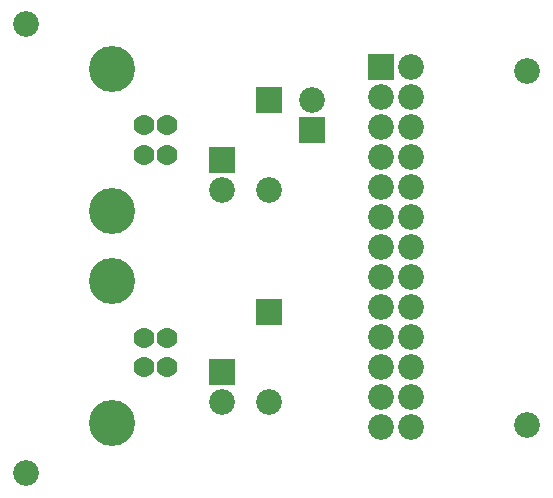
<source format=gbs>
G04 start of page 2 for group 11 layer_idx 11 *
G04 Title: (unknown), bottom_mask *
G04 Creator: pcb-rnd 3.1.0-dev *
G04 CreationDate: 2023-01-28 08:44:06 UTC *
G04 For: tonia *
G04 Format: Gerber/RS-274X *
G04 PCB-Dimensions: 236220 236220 *
G04 PCB-Coordinate-Origin: lower left *
%MOIN*%
%FSLAX25Y25*%
%LNBOTTOM_MASK_NONE_11*%
%ADD61C,0.0697*%
%ADD60C,0.1536*%
%ADD59C,0.0001*%
%ADD58C,0.0860*%
G54D58*X11811Y224409D03*
G54D59*G36*
X125700Y214457D02*X134300D01*
Y205857D01*
X125700D01*
Y214457D01*
G37*
G54D58*X130000Y200157D03*
G54D60*X40354Y209646D03*
G54D59*G36*
X97213Y203631D02*Y195031D01*
X88613D01*
Y203631D01*
X97213D01*
G37*
G54D58*X107087Y199291D03*
X11811Y74803D03*
G54D61*X51024Y110197D03*
G54D60*X40354Y91417D03*
G54D58*X130000Y110157D03*
Y100157D03*
G54D61*X58898Y110197D03*
G54D58*X92913Y98465D03*
G54D59*G36*
X72865Y112765D02*X81465D01*
Y104165D01*
X72865D01*
Y112765D01*
G37*
G54D58*X77165Y98465D03*
X130000Y140157D03*
Y130157D03*
Y90157D03*
G54D61*X58898Y120039D03*
G54D59*G36*
X97213Y132765D02*Y124165D01*
X88613D01*
Y132765D01*
X97213D01*
G37*
G54D61*X51024Y120039D03*
G54D60*X40354Y138819D03*
Y162244D03*
G54D61*X58898Y190866D03*
X51024Y181024D03*
Y190866D03*
X58898Y181024D03*
G54D58*X92913Y169331D03*
G54D59*G36*
X72865Y183631D02*X81465D01*
Y175031D01*
X72865D01*
Y183631D01*
G37*
G54D58*X77165Y169331D03*
G54D59*G36*
X111387Y184991D02*X102787D01*
Y193591D01*
X111387D01*
Y184991D01*
G37*
G54D58*X130000Y170157D03*
Y160157D03*
Y120157D03*
Y190157D03*
Y180157D03*
Y150157D03*
X140000Y210157D03*
Y200157D03*
Y190157D03*
Y180157D03*
Y170157D03*
Y160157D03*
Y150157D03*
Y140157D03*
Y130157D03*
Y120157D03*
Y110157D03*
Y100157D03*
Y90157D03*
X178740Y208858D03*
Y90748D03*
M02*

</source>
